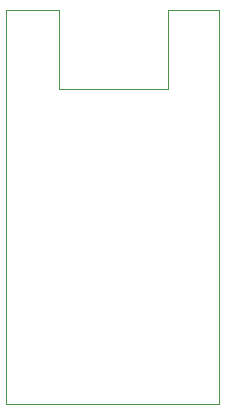
<source format=gm1>
%TF.GenerationSoftware,KiCad,Pcbnew,5.1.9*%
%TF.CreationDate,2021-03-01T07:28:27+02:00*%
%TF.ProjectId,beater-c,62656174-6572-42d6-932e-6b696361645f,rev?*%
%TF.SameCoordinates,Original*%
%TF.FileFunction,Profile,NP*%
%FSLAX46Y46*%
G04 Gerber Fmt 4.6, Leading zero omitted, Abs format (unit mm)*
G04 Created by KiCad (PCBNEW 5.1.9) date 2021-03-01 07:28:27*
%MOMM*%
%LPD*%
G01*
G04 APERTURE LIST*
%TA.AperFunction,Profile*%
%ADD10C,0.050000*%
%TD*%
G04 APERTURE END LIST*
D10*
X215519000Y-124777500D02*
X215582500Y-124777500D01*
X215519000Y-91440000D02*
X215519000Y-124777500D01*
X215582500Y-91440000D02*
X215519000Y-91440000D01*
X215582500Y-91440000D02*
X220014800Y-91440000D01*
X233616500Y-124777500D02*
X215582500Y-124777500D01*
X233616500Y-124714000D02*
X233616500Y-124777500D01*
X233616500Y-91440000D02*
X233616500Y-124714000D01*
X229260400Y-91440000D02*
X233616500Y-91440000D01*
X220014800Y-98094800D02*
X220014800Y-91440000D01*
X229260400Y-98094800D02*
X220014800Y-98094800D01*
X229260400Y-91897200D02*
X229260400Y-98094800D01*
X229260400Y-91897200D02*
X229260400Y-91440000D01*
M02*

</source>
